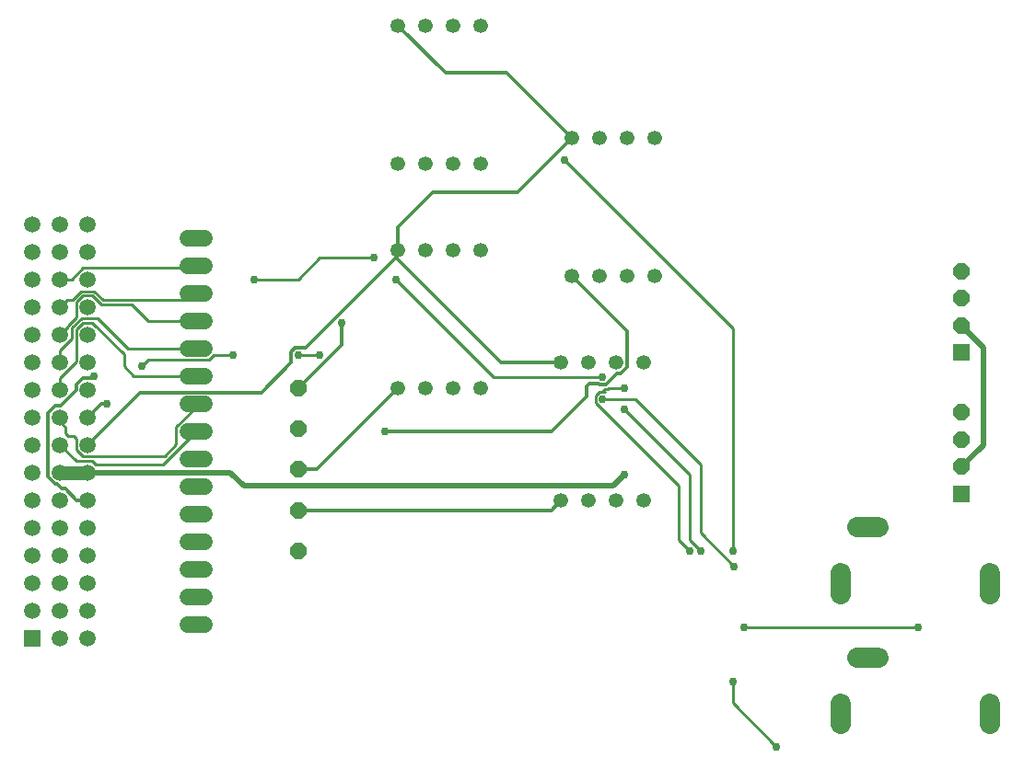
<source format=gbr>
G04 EAGLE Gerber RS-274X export*
G75*
%MOMM*%
%FSLAX34Y34*%
%LPD*%
%INBottom Copper*%
%IPPOS*%
%AMOC8*
5,1,8,0,0,1.08239X$1,22.5*%
G01*
%ADD10R,1.508000X1.508000*%
%ADD11C,1.508000*%
%ADD12C,1.343400*%
%ADD13C,1.900000*%
%ADD14P,1.649562X8X22.500000*%
%ADD15R,1.500000X1.500000*%
%ADD16P,1.623585X8X292.500000*%
%ADD17C,1.524000*%
%ADD18C,0.508000*%
%ADD19C,1.270000*%
%ADD20C,0.756400*%
%ADD21C,0.304800*%
%ADD22C,0.254000*%


D10*
X56000Y210000D03*
D11*
X56000Y235400D03*
X56000Y260800D03*
X56000Y286200D03*
X56000Y311600D03*
X56000Y337000D03*
X56000Y362400D03*
X56000Y387800D03*
X56000Y413200D03*
X56000Y438600D03*
X56000Y464000D03*
X56000Y489400D03*
X56000Y514800D03*
X56000Y540200D03*
X56000Y565600D03*
X56000Y591000D03*
X81400Y210000D03*
X81400Y235400D03*
X81400Y260800D03*
X81400Y286200D03*
X81400Y311600D03*
X81400Y337000D03*
X81400Y362400D03*
X81400Y387800D03*
X81400Y413200D03*
X81400Y438600D03*
X81400Y464000D03*
X81400Y489400D03*
X81400Y514800D03*
X81400Y540200D03*
X81400Y565600D03*
X81400Y591000D03*
X106800Y210000D03*
X106800Y235400D03*
X106800Y260800D03*
X106800Y286200D03*
X106800Y311600D03*
X106800Y337000D03*
X106800Y362400D03*
X106800Y387800D03*
X106800Y413200D03*
X106800Y438600D03*
X106800Y464000D03*
X106800Y489400D03*
X106800Y514800D03*
X106800Y540200D03*
X106800Y565600D03*
X106800Y591000D03*
D12*
X468100Y773500D03*
X442700Y773500D03*
X417300Y773500D03*
X391900Y773500D03*
X391900Y646500D03*
X417300Y646500D03*
X442700Y646500D03*
X468100Y646500D03*
D13*
X936000Y269500D02*
X936000Y250500D01*
X799000Y250500D02*
X799000Y269500D01*
X814500Y312000D02*
X833500Y312000D01*
X936000Y149500D02*
X936000Y130500D01*
X799000Y130500D02*
X799000Y149500D01*
X814500Y192000D02*
X833500Y192000D01*
D14*
X300500Y290000D03*
D12*
X628100Y670167D03*
X602700Y670167D03*
X577300Y670167D03*
X551900Y670167D03*
X551900Y543167D03*
X577300Y543167D03*
X602700Y543167D03*
X628100Y543167D03*
X468100Y566833D03*
X442700Y566833D03*
X417300Y566833D03*
X391900Y566833D03*
X391900Y439833D03*
X417300Y439833D03*
X442700Y439833D03*
X468100Y439833D03*
X618100Y463500D03*
X592700Y463500D03*
X567300Y463500D03*
X541900Y463500D03*
X541900Y336500D03*
X567300Y336500D03*
X592700Y336500D03*
X618100Y336500D03*
D15*
X910000Y342500D03*
D16*
X910000Y367500D03*
X910000Y392500D03*
X910000Y417500D03*
D15*
X910000Y472500D03*
D16*
X910000Y497500D03*
X910000Y522500D03*
X910000Y547500D03*
D14*
X300500Y327500D03*
X300500Y365000D03*
X300500Y402500D03*
X300500Y440000D03*
D17*
X213620Y577800D02*
X198380Y577800D01*
X198380Y552400D02*
X213620Y552400D01*
X213620Y527000D02*
X198380Y527000D01*
X198380Y501600D02*
X213620Y501600D01*
X213620Y476200D02*
X198380Y476200D01*
X198380Y450800D02*
X213620Y450800D01*
X213620Y425400D02*
X198380Y425400D01*
X198380Y400000D02*
X213620Y400000D01*
X213620Y374600D02*
X198380Y374600D01*
X198380Y349200D02*
X213620Y349200D01*
X213620Y323800D02*
X198380Y323800D01*
X198380Y298400D02*
X213620Y298400D01*
X213620Y273000D02*
X198380Y273000D01*
X198380Y247600D02*
X213620Y247600D01*
X213620Y222200D02*
X198380Y222200D01*
D18*
X910000Y367500D02*
X930000Y387500D01*
X930000Y477500D02*
X910000Y497500D01*
X930000Y477500D02*
X930000Y387500D01*
D19*
X106800Y362400D02*
X81400Y362400D01*
D18*
X106800Y362400D02*
X237600Y362400D01*
X250000Y350000D01*
X590000Y350000D01*
X600000Y360000D01*
D20*
X600000Y360000D03*
X112267Y451300D03*
D21*
X110155Y449188D01*
X102414Y449188D01*
X96212Y442986D01*
X96212Y438438D01*
X81562Y423788D01*
X77014Y423788D01*
X70000Y416774D01*
X77014Y351812D02*
X78188Y351812D01*
X77014Y351812D02*
X70000Y358826D01*
X82412Y347588D02*
X85786Y347588D01*
X96374Y337000D02*
X106800Y337000D01*
X96374Y337000D02*
X85786Y347588D01*
X70000Y358826D02*
X70000Y416774D01*
X78188Y351812D02*
X82412Y347588D01*
D20*
X660000Y290000D03*
D22*
X650000Y300000D01*
X650000Y350000D01*
X573424Y432724D02*
X577276Y436576D01*
X580000Y436576D01*
X582342Y436576D01*
X573424Y426576D02*
X650000Y350000D01*
X573424Y426576D02*
X573424Y432724D01*
D20*
X600000Y440000D03*
D22*
X582276Y438852D02*
X580000Y436576D01*
X582276Y438852D02*
X584618Y438852D01*
X585766Y440000D01*
X600000Y440000D01*
D21*
X155068Y436068D02*
X106800Y387800D01*
X391900Y561900D02*
X391900Y566833D01*
X266068Y436068D02*
X155068Y436068D01*
X390000Y560000D02*
X391900Y561900D01*
X486500Y463500D02*
X541900Y463500D01*
X486500Y463500D02*
X390000Y560000D01*
X391900Y566833D02*
X391900Y588100D01*
X423800Y620000D01*
X501733Y620000D02*
X551900Y670167D01*
X501733Y620000D02*
X423800Y620000D01*
X492067Y730000D02*
X551900Y670167D01*
X435400Y730000D02*
X391900Y773500D01*
X435400Y730000D02*
X492067Y730000D01*
X297171Y476830D02*
X293170Y472829D01*
X293170Y463170D02*
X266068Y436068D01*
X306830Y476830D02*
X390000Y560000D01*
X293170Y472829D02*
X293170Y463170D01*
X297171Y476830D02*
X306830Y476830D01*
D20*
X701200Y275400D03*
D22*
X670000Y306600D01*
X670000Y370000D01*
X610000Y430000D01*
X580000Y430000D01*
D20*
X580000Y430000D03*
D21*
X119500Y425900D02*
X106800Y413200D01*
X119500Y425900D02*
X124400Y425900D01*
D20*
X124400Y425900D03*
X670000Y290000D03*
D22*
X660000Y300000D01*
X660000Y360000D02*
X600000Y420000D01*
D20*
X600000Y420000D03*
D22*
X660000Y360000D02*
X660000Y300000D01*
D20*
X545400Y649800D03*
D22*
X700000Y495200D01*
X700000Y290000D01*
D20*
X700000Y290000D03*
X320000Y470000D03*
D22*
X300000Y470000D01*
D20*
X300000Y470000D03*
X240000Y470000D03*
X156700Y459800D03*
D22*
X222148Y470000D02*
X240000Y470000D01*
X222148Y470000D02*
X217934Y465786D01*
X162686Y465786D02*
X156700Y459800D01*
X162686Y465786D02*
X217934Y465786D01*
D20*
X260000Y540000D03*
D22*
X300000Y540000D01*
X320000Y560000D02*
X370000Y560000D01*
D20*
X370000Y560000D03*
X390000Y540000D03*
D22*
X480000Y450000D01*
X580000Y450000D01*
D20*
X580000Y450000D03*
D22*
X320000Y560000D02*
X300000Y540000D01*
X206000Y400000D02*
X176000Y370000D01*
X113815Y370000D02*
X111081Y372734D01*
X96466Y372734D02*
X81400Y387800D01*
X96466Y372734D02*
X111081Y372734D01*
X113815Y370000D02*
X176000Y370000D01*
X81400Y408600D02*
X81400Y413200D01*
X96466Y383520D02*
X102520Y377466D01*
X96466Y383520D02*
X96466Y393534D01*
X206000Y422348D02*
X206000Y425400D01*
X187966Y404314D02*
X187966Y387966D01*
X187966Y404314D02*
X206000Y422348D01*
X177466Y377466D02*
X102520Y377466D01*
X177466Y377466D02*
X187966Y387966D01*
X85936Y404064D02*
X81400Y408600D01*
X85936Y404064D02*
X85936Y398317D01*
X88317Y395936D01*
X94064Y395936D02*
X96466Y393534D01*
X94064Y395936D02*
X88317Y395936D01*
X81400Y438600D02*
X81400Y449386D01*
X96466Y464452D01*
X109734Y499734D02*
X111081Y499734D01*
X140000Y470815D01*
X140000Y460000D01*
X149200Y450800D01*
X206000Y450800D01*
X109936Y499936D02*
X109734Y499734D01*
X109936Y499936D02*
X110000Y499936D01*
X102520Y499734D02*
X96466Y493681D01*
X96466Y464452D01*
X102520Y499734D02*
X109734Y499734D01*
X81400Y474786D02*
X81400Y464000D01*
X81400Y474786D02*
X92402Y485788D01*
X115700Y504000D02*
X143400Y476300D01*
X143400Y475900D01*
X205700Y475900D01*
X206000Y476200D01*
X92402Y485788D02*
X92402Y495364D01*
X101038Y504000D01*
X115700Y504000D01*
X88338Y496338D02*
X81400Y489400D01*
X88338Y496338D02*
X88338Y497047D01*
X96466Y505175D01*
X162600Y501600D02*
X206000Y501600D01*
X162600Y501600D02*
X146964Y517236D01*
X102520Y525134D02*
X96466Y519081D01*
X102520Y525134D02*
X111081Y525134D01*
X96466Y519081D02*
X96466Y505175D01*
X118979Y517236D02*
X146964Y517236D01*
X118979Y517236D02*
X111081Y525134D01*
X87900Y521300D02*
X81400Y514800D01*
X87900Y521300D02*
X92938Y521300D01*
X100836Y529198D01*
X112764Y529198D01*
X120662Y521300D01*
X200300Y521300D02*
X206000Y527000D01*
X200300Y521300D02*
X120662Y521300D01*
X92186Y540200D02*
X81400Y540200D01*
X92186Y540200D02*
X102520Y550534D01*
X204134Y550534D02*
X206000Y552400D01*
X204134Y550534D02*
X102520Y550534D01*
D20*
X870000Y220000D03*
D22*
X710000Y220000D01*
D20*
X710000Y220000D03*
X740000Y110000D03*
D22*
X700000Y150000D01*
X700000Y170000D01*
D20*
X700000Y170000D03*
D21*
X541900Y336500D02*
X532900Y327500D01*
X300500Y327500D01*
X317067Y365000D02*
X391900Y439833D01*
X317067Y365000D02*
X300500Y365000D01*
X551900Y543167D02*
X602465Y492602D01*
X533010Y400000D02*
X380000Y400000D01*
D20*
X380000Y400000D03*
D21*
X533010Y400000D02*
X565682Y432672D01*
X565682Y441789D02*
X568211Y444318D01*
X565682Y441789D02*
X565682Y432672D01*
X577171Y443170D02*
X576023Y444318D01*
X568211Y444318D01*
X596745Y453735D02*
X602465Y459455D01*
X602465Y492602D01*
X596745Y453735D02*
X593394Y453735D01*
X582829Y443170D01*
X577171Y443170D01*
D20*
X340000Y500000D03*
D21*
X340000Y479500D01*
X300500Y440000D01*
M02*

</source>
